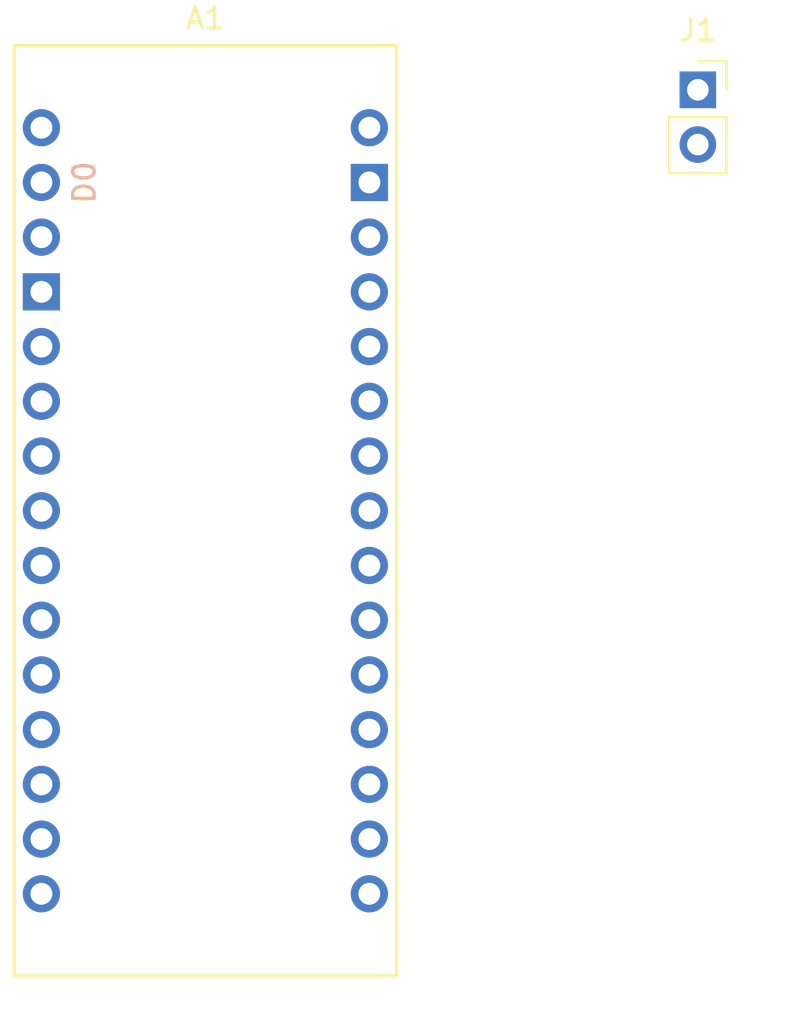
<source format=kicad_pcb>
(kicad_pcb (version 20240108) (generator "pcbnew") (generator_version "8.0")
  (layers (0 "F.Cu" signal) (31 "B.Cu" signal) (34 "B.Paste" user) (35 "F.Paste" user) (36 "B.SilkS" user "B.Silkscreen") (37 "F.SilkS" user "F.Silkscreen") (38 "B.Mask" user) (39 "F.Mask" user) (44 "Edge.Cuts" user))
  (net 0 "")
  (footprint "PCM_arduino-library:Arduino_Nano_Socket" (layer "F.Cu") (at 129.54 99.06)
    (property "Reference" "A1" (at 0 -44.45 0) (layer "F.SilkS"))
    (property "Value" "Arduino_Nano_Socket")
    (fp_line (start -8.89 -43.18) (end -8.89 0) (stroke (width 0.15)) (layer "F.SilkS"))
    (fp_line (start -8.89 -43.18) (end 8.89 -43.18) (stroke (width 0.15)) (layer "F.SilkS"))
    (fp_line (start -8.89 0) (end 8.89 0) (stroke (width 0.15)) (layer "F.SilkS"))
    (fp_line (start 8.89 -43.18) (end 8.89 0) (stroke (width 0.15)) (layer "F.SilkS"))
    (fp_text user "D0" (at -5.715 -36.83 -90) (layer "B.SilkS") (effects (justify mirror)))
    (fp_text user "D0" (at -5.715 -36.83 -90) (layer "F.SilkS"))
    (pad "" np_thru_hole circle (at -7.62 -41.91) (size 1.8 1.8) (drill 1.8) (layers "F&B.Cu" "*.Mask"))
    (pad "" np_thru_hole circle (at -7.62 -1.27) (size 1.8 1.8) (drill 1.8) (layers "F&B.Cu" "*.Mask"))
    (pad "" np_thru_hole circle (at 7.62 -41.91) (size 1.8 1.8) (drill 1.8) (layers "F&B.Cu" "*.Mask"))
    (pad "" np_thru_hole circle (at 7.62 -1.27) (size 1.8 1.8) (drill 1.8) (layers "F&B.Cu" "*.Mask"))
    (pad "3V3" thru_hole circle (at 7.62 -6.35) (size 1.7272 1.7272) (drill 1.016) (layers "*.Cu" "*.Mask"))
    (pad "5V" thru_hole circle (at 7.62 -31.75) (size 1.7272 1.7272) (drill 1.016) (layers "*.Cu" "*.Mask"))
    (pad "A0" thru_hole circle (at 7.62 -11.43) (size 1.7272 1.7272) (drill 1.016) (layers "*.Cu" "*.Mask"))
    (pad "A1" thru_hole circle (at 7.62 -13.97) (size 1.7272 1.7272) (drill 1.016) (layers "*.Cu" "*.Mask"))
    (pad "A2" thru_hole circle (at 7.62 -16.51) (size 1.7272 1.7272) (drill 1.016) (layers "*.Cu" "*.Mask"))
    (pad "A3" thru_hole circle (at 7.62 -19.05) (size 1.7272 1.7272) (drill 1.016) (layers "*.Cu" "*.Mask"))
    (pad "A4" thru_hole circle (at 7.62 -21.59) (size 1.7272 1.7272) (drill 1.016) (layers "*.Cu" "*.Mask"))
    (pad "A5" thru_hole circle (at 7.62 -24.13) (size 1.7272 1.7272) (drill 1.016) (layers "*.Cu" "*.Mask"))
    (pad "A6" thru_hole circle (at 7.62 -26.67) (size 1.7272 1.7272) (drill 1.016) (layers "*.Cu" "*.Mask"))
    (pad "A7" thru_hole circle (at 7.62 -29.21) (size 1.7272 1.7272) (drill 1.016) (layers "*.Cu" "*.Mask"))
    (pad "AREF" thru_hole circle (at 7.62 -8.89) (size 1.7272 1.7272) (drill 1.016) (layers "*.Cu" "*.Mask"))
    (pad "D0" thru_hole circle (at -7.62 -36.83) (size 1.7272 1.7272) (drill 1.016) (layers "*.Cu" "*.Mask"))
    (pad "D1" thru_hole circle (at -7.62 -39.37) (size 1.7272 1.7272) (drill 1.016) (layers "*.Cu" "*.Mask"))
    (pad "D2" thru_hole circle (at -7.62 -29.21) (size 1.7272 1.7272) (drill 1.016) (layers "*.Cu" "*.Mask"))
    (pad "D3" thru_hole circle (at -7.62 -26.67) (size 1.7272 1.7272) (drill 1.016) (layers "*.Cu" "*.Mask"))
    (pad "D4" thru_hole circle (at -7.62 -24.13) (size 1.7272 1.7272) (drill 1.016) (layers "*.Cu" "*.Mask"))
    (pad "D5" thru_hole circle (at -7.62 -21.59) (size 1.7272 1.7272) (drill 1.016) (layers "*.Cu" "*.Mask"))
    (pad "D6" thru_hole circle (at -7.62 -19.05) (size 1.7272 1.7272) (drill 1.016) (layers "*.Cu" "*.Mask"))
    (pad "D7" thru_hole circle (at -7.62 -16.51) (size 1.7272 1.7272) (drill 1.016) (layers "*.Cu" "*.Mask"))
    (pad "D8" thru_hole circle (at -7.62 -13.97) (size 1.7272 1.7272) (drill 1.016) (layers "*.Cu" "*.Mask"))
    (pad "D9" thru_hole circle (at -7.62 -11.43) (size 1.7272 1.7272) (drill 1.016) (layers "*.Cu" "*.Mask"))
    (pad "D10" thru_hole circle (at -7.62 -8.89) (size 1.7272 1.7272) (drill 1.016) (layers "*.Cu" "*.Mask"))
    (pad "D11" thru_hole circle (at -7.62 -6.35) (size 1.7272 1.7272) (drill 1.016) (layers "*.Cu" "*.Mask"))
    (pad "D12" thru_hole circle (at -7.62 -3.81) (size 1.7272 1.7272) (drill 1.016) (layers "*.Cu" "*.Mask"))
    (pad "D13" thru_hole circle (at 7.62 -3.81) (size 1.7272 1.7272) (drill 1.016) (layers "*.Cu" "*.Mask"))
    (pad "GND1" thru_hole rect (at -7.62 -31.75) (size 1.7272 1.7272) (drill 1.016) (layers "*.Cu" "*.Mask"))
    (pad "GND2" thru_hole rect (at 7.62 -36.83) (size 1.7272 1.7272) (drill 1.016) (layers "*.Cu" "*.Mask"))
    (pad "RST1" thru_hole circle (at -7.62 -34.29) (size 1.7272 1.7272) (drill 1.016) (layers "*.Cu" "*.Mask"))
    (pad "RST2" thru_hole circle (at 7.62 -34.29) (size 1.7272 1.7272) (drill 1.016) (layers "*.Cu" "*.Mask"))
    (pad "VIN" thru_hole circle (at 7.62 -39.37) (size 1.7272 1.7272) (drill 1.016) (layers "*.Cu" "*.Mask"))
  )
  (footprint "Connector_PinSocket_2.54mm:PinSocket_1x02_P2.54mm_Vertical" (layer "F.Cu") (at 152.425 57.932)
    (property "Reference" "J1" (at 0 -2.77 0) (layer "F.SilkS"))
    (property "Value" "Fényszenzor")
    (fp_line (start -1.33 1.27) (end -1.33 3.87) (stroke (width 0.12)) (layer "F.SilkS"))
    (fp_line (start -1.33 1.27) (end 1.33 1.27) (stroke (width 0.12)) (layer "F.SilkS"))
    (fp_line (start -1.33 3.87) (end 1.33 3.87) (stroke (width 0.12)) (layer "F.SilkS"))
    (fp_line (start 0 -1.33) (end 1.33 -1.33) (stroke (width 0.12)) (layer "F.SilkS"))
    (fp_line (start 1.33 -1.33) (end 1.33 0) (stroke (width 0.12)) (layer "F.SilkS"))
    (fp_line (start 1.33 1.27) (end 1.33 3.87) (stroke (width 0.12)) (layer "F.SilkS"))
    (pad "1" thru_hole rect (at 0 0) (size 1.7 1.7) (drill 1) (layers "*.Cu" "*.Mask"))
    (pad "2" thru_hole oval (at 0 2.54) (size 1.7 1.7) (drill 1) (layers "*.Cu" "*.Mask"))
  )
)
</source>
